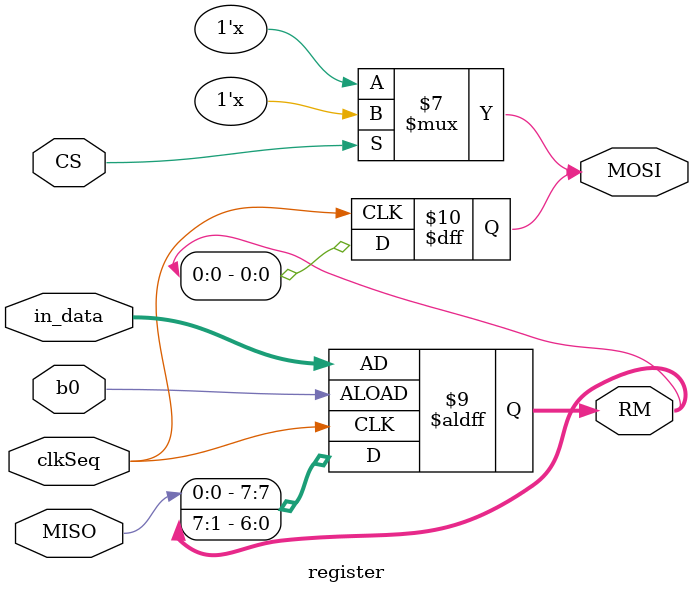
<source format=v>
`timescale 1ns / 1ps


module register(
    input clkSeq,
    input b0,
    input [7:0] in_data,
    input MISO,
    input CS,
    output reg [7:0] RM,
    output reg MOSI
  );

  initial
  begin
    RM = 0;
    MOSI = 1'bz;
  end

  always @(CS)
  begin
    if(CS)
    begin
      MOSI = 1'bz;
    end
  end

  always @(posedge clkSeq)
  begin
    MOSI = RM[0];
  end

  always @(negedge clkSeq or negedge b0)
  begin
    if(!b0)
    begin
      RM = in_data;
    end
    else
    begin
      RM[0] = RM[1];
      RM[1] = RM[2];
      RM[2] = RM[3];
      RM[3] = RM[4];
      RM[4] = RM[5];
      RM[5] = RM[6];
      RM[6] = RM[7];
      RM[7] = MISO;
    end
  end

endmodule

</source>
